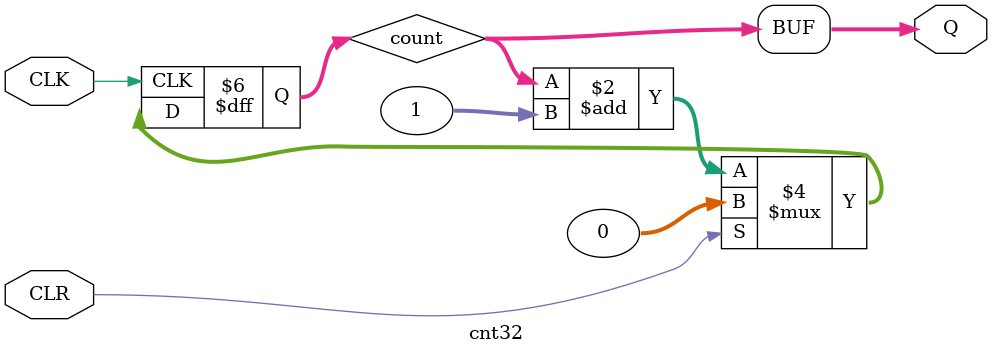
<source format=v>
module cnt32 (CLK, Q, CLR) ;

input CLK ;
output [31:0] Q ;
input CLR ;

reg [31:0] count;

always @(posedge CLK)
begin
   if (CLR)
      count = 31'b0;
   else begin
      count = count + 1;
  end
end

assign Q = count;

// add your code here

endmodule 

</source>
